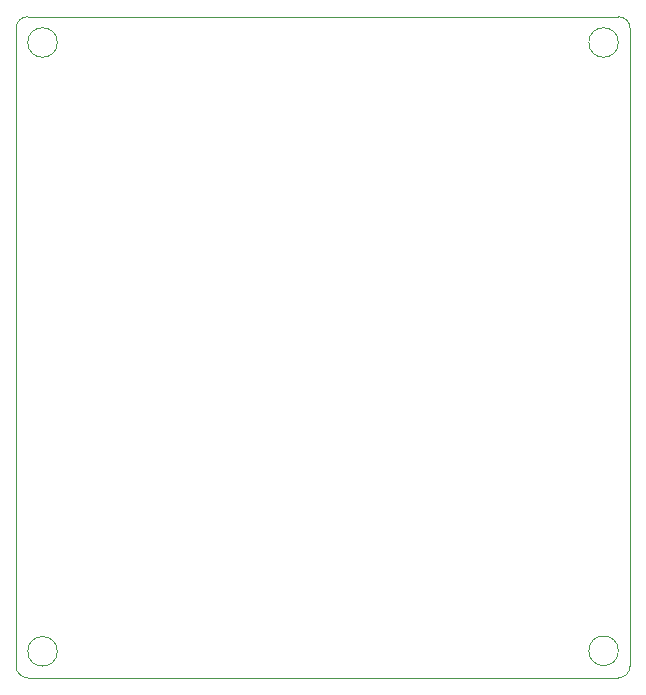
<source format=gbr>
%TF.GenerationSoftware,KiCad,Pcbnew,(7.0.0-0)*%
%TF.CreationDate,2023-06-23T15:16:11+02:00*%
%TF.ProjectId,RCcar,52436361-722e-46b6-9963-61645f706362,rev?*%
%TF.SameCoordinates,Original*%
%TF.FileFunction,Profile,NP*%
%FSLAX46Y46*%
G04 Gerber Fmt 4.6, Leading zero omitted, Abs format (unit mm)*
G04 Created by KiCad (PCBNEW (7.0.0-0)) date 2023-06-23 15:16:11*
%MOMM*%
%LPD*%
G01*
G04 APERTURE LIST*
%TA.AperFunction,Profile*%
%ADD10C,0.100000*%
%TD*%
G04 APERTURE END LIST*
D10*
X31300000Y-45107107D02*
X81292893Y-45107107D01*
X30307107Y-100092893D02*
X30300000Y-46107107D01*
X81292893Y-101092893D02*
X31307107Y-101092893D01*
X82292893Y-46107107D02*
X82292893Y-100092893D01*
X82292893Y-46107107D02*
G75*
G03*
X81292893Y-45107107I-999999J1D01*
G01*
X81292893Y-101092893D02*
G75*
G03*
X82292893Y-100092893I1J999999D01*
G01*
X30307107Y-100092893D02*
G75*
G03*
X31307107Y-101092893I999999J-1D01*
G01*
X31300000Y-45107107D02*
G75*
G03*
X30300000Y-46107107I0J-1000000D01*
G01*
X81300000Y-98800000D02*
G75*
G03*
X81300000Y-98800000I-1250000J0D01*
G01*
X33800000Y-98850000D02*
G75*
G03*
X33800000Y-98850000I-1250000J0D01*
G01*
X33800000Y-47300000D02*
G75*
G03*
X33800000Y-47300000I-1250000J0D01*
G01*
X81300000Y-47300000D02*
G75*
G03*
X81300000Y-47300000I-1250000J0D01*
G01*
M02*

</source>
